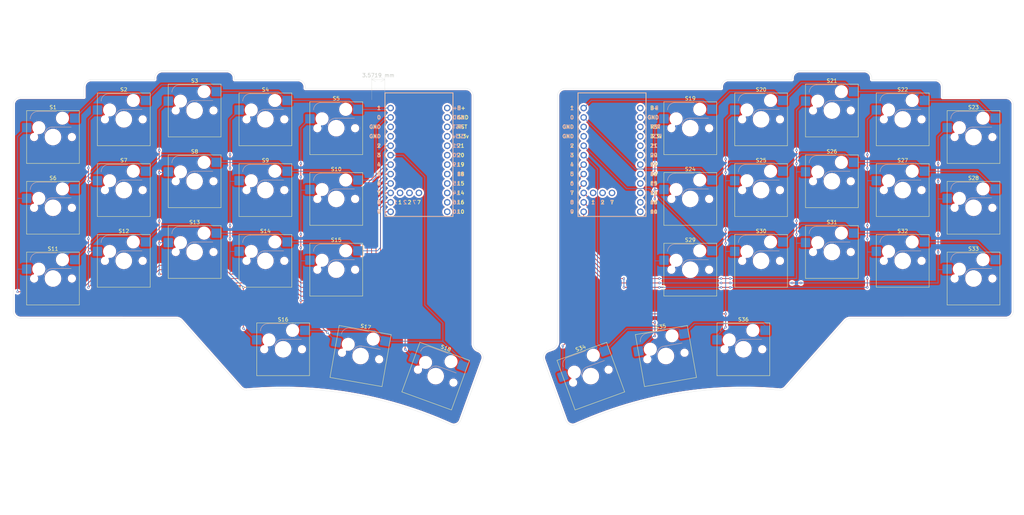
<source format=kicad_pcb>
(kicad_pcb (version 20240108) (generator "pcbnew") (generator_version "8.0")
  (layers (0 "F.Cu" signal) (31 "B.Cu" signal) (34 "B.Paste" user) (35 "F.Paste" user) (36 "B.SilkS" user "B.Silkscreen") (37 "F.SilkS" user "F.Silkscreen") (38 "B.Mask" user) (39 "F.Mask" user) (44 "Edge.Cuts" user))
  (net 0 "")
  (net 1 "Row 0")
  (net 2 "Row 1")
  (net 3 "Row 2")
  (net 4 "Row 3")
  (net 5 "Col 0")
  (net 6 "Col 1")
  (net 7 "Col 2")
  (net 8 "Col 3")
  (net 9 "Col 4")
  (net 27 "Col 5")
  (net 28 "Row 4")
  (net 29 "Col 7")
  (net 30 "Col 8")
  (net 31 "Col 9")
  (net 32 "Col 10")
  (net 33 "Col 11")
  (net 34 "Row 5")
  (net 35 "Row 6")
  (net 36 "Row 7")
  (net 37 "Col 6")
  (footprint "ScottoKeebs_Hotswap:Hotswap_MX_1.00u" (layer "F.Cu") (at 253.632858 96.995642)
    (property "Reference" "S32")
    (property "Value" "Keyswitch")
  )
  (footprint "ScottoKeebs_Hotswap:Hotswap_MX_1.00u" (layer "F.Cu") (at 25.032858 82.708142)
    (property "Reference" "S6")
    (property "Value" "Keyswitch")
  )
  (footprint "ScottoKeebs_Hotswap:Hotswap_MX_1.00u" (layer "F.Cu") (at 210.770358 120.808142)
    (property "Reference" "S36")
    (property "Value" "Keyswitch")
  )
  (footprint "ScottoKeebs_Hotswap:Hotswap_MX_1.00u" (layer "F.Cu") (at 44.082858 58.895642)
    (property "Reference" "S2")
    (property "Value" "Keyswitch")
  )
  (footprint "ScottoKeebs_Hotswap:Hotswap_MX_1.00u" (layer "F.Cu") (at 101.232858 99.376892)
    (property "Reference" "S15")
    (property "Value" "Keyswitch")
  )
  (footprint "ScottoKeebs_Hotswap:Hotswap_MX_1.00u" (layer "F.Cu") (at 63.132858 94.614392)
    (property "Reference" "S13")
    (property "Value" "Keyswitch")
  )
  (footprint "ScottoKeebs_Hotswap:Hotswap_MX_1.00u" (layer "F.Cu") (at 215.532858 96.995642)
    (property "Reference" "S30")
    (property "Value" "Keyswitch")
  )
  (footprint "ScottoKeebs_Hotswap:Hotswap_MX_1.00u" (layer "F.Cu") (at 127.98733 128.044598 -20)
    (property "Reference" "S18")
    (property "Value" "Keyswitch")
  )
  (footprint "ScottoKeebs_Hotswap:Hotswap_MX_1.00u" (layer "F.Cu") (at 44.082858 77.945642)
    (property "Reference" "S7")
    (property "Value" "Keyswitch")
  )
  (footprint "ScottoKeebs_Hotswap:Hotswap_MX_1.00u" (layer "F.Cu") (at 196.482858 61.276892)
    (property "Reference" "S19")
    (property "Value" "Keyswitch")
  )
  (footprint "ScottoKeebs_Hotswap:Hotswap_MX_1.00u" (layer "F.Cu") (at 234.582858 94.614392)
    (property "Reference" "S31")
    (property "Value" "Keyswitch")
  )
  (footprint "ScottoKeebs_MCU:Nice_Nano_V2" (layer "F.Cu") (at 123.479733 69.531892)
    (property "Reference" "U1" (hide yes))
    (property "Value" "Nice_Nano_V2" (hide yes))
  )
  (footprint "ScottoKeebs_Hotswap:Hotswap_MX_1.00u" (layer "F.Cu") (at 196.482858 80.326892)
    (property "Reference" "S24")
    (property "Value" "Keyswitch")
  )
  (footprint "ScottoKeebs_Hotswap:Hotswap_MX_1.00u" (layer "F.Cu") (at 107.783139 122.631212 -10)
    (property "Reference" "S17")
    (property "Value" "Keyswitch")
  )
  (footprint "ScottoKeebs_Hotswap:Hotswap_MX_1.00u" (layer "F.Cu") (at 215.532858 58.895642)
    (property "Reference" "S20")
    (property "Value" "Keyswitch")
  )
  (footprint "ScottoKeebs_Hotswap:Hotswap_MX_1.00u" (layer "F.Cu") (at 272.682858 101.758142)
    (property "Reference" "S33")
    (property "Value" "Keyswitch")
  )
  (footprint "ScottoKeebs_Hotswap:Hotswap_MX_1.00u" (layer "F.Cu") (at 25.032858 101.758142)
    (property "Reference" "S11")
    (property "Value" "Keyswitch")
  )
  (footprint "ScottoKeebs_Hotswap:Hotswap_MX_1.00u" (layer "F.Cu") (at 82.182858 77.945642)
    (property "Reference" "S9")
    (property "Value" "Keyswitch")
  )
  (footprint "ScottoKeebs_Hotswap:Hotswap_MX_1.00u" (layer "F.Cu") (at 44.082858 96.995642)
    (property "Reference" "S12")
    (property "Value" "Keyswitch")
  )
  (footprint "ScottoKeebs_Hotswap:Hotswap_MX_1.00u" (layer "F.Cu") (at 196.482858 99.376892)
    (property "Reference" "S29")
    (property "Value" "Keyswitch")
  )
  (footprint "ScottoKeebs_Hotswap:Hotswap_MX_1.00u" (layer "F.Cu") (at 101.232858 80.326892)
    (property "Reference" "S10")
    (property "Value" "Keyswitch")
  )
  (footprint "ScottoKeebs_Hotswap:Hotswap_MX_1.00u" (layer "F.Cu") (at 215.532858 77.945642)
    (property "Reference" "S25")
    (property "Value" "Keyswitch")
  )
  (footprint "ScottoKeebs_Hotswap:Hotswap_MX_1.00u" (layer "F.Cu") (at 272.682858 63.658142)
    (property "Reference" "S23")
    (property "Value" "Keyswitch")
  )
  (footprint "ScottoKeebs_Hotswap:Hotswap_MX_1.00u" (layer "F.Cu") (at 82.182858 96.995642)
    (property "Reference" "S14")
    (property "Value" "Keyswitch")
  )
  (footprint "ScottoKeebs_Hotswap:Hotswap_MX_1.00u" (layer "F.Cu") (at 101.232858 61.276892)
    (property "Reference" "S5")
    (property "Value" "Keyswitch")
  )
  (footprint "ScottoKeebs_Hotswap:Hotswap_MX_1.00u" (layer "F.Cu") (at 253.632858 77.945642)
    (property "Reference" "S27")
    (property "Value" "Keyswitch")
  )
  (footprint "ScottoKeebs_Hotswap:Hotswap_MX_1.00u" (layer "F.Cu") (at 82.182858 58.895642)
    (property "Reference" "S4")
    (property "Value" "Keyswitch")
  )
  (footprint "ScottoKeebs_Hotswap:Hotswap_MX_1.00u" (layer "F.Cu") (at 272.682858 82.708142)
    (property "Reference" "S28")
    (property "Value" "Keyswitch")
  )
  (footprint "ScottoKeebs_MCU:Nice_Nano_V2" (layer "F.Cu") (at 175.426608 69.531892)
    (property "Reference" "U2" (hide yes))
    (property "Value" "Nice_Nano_V2" (hide yes))
  )
  (footprint "ScottoKeebs_Hotswap:Hotswap_MX_1.00u" (layer "F.Cu") (at 63.132858 75.564392)
    (property "Reference" "S8")
    (property "Value" "Keyswitch")
  )
  (footprint "ScottoKeebs_Hotswap:Hotswap_MX_1.00u" (layer "F.Cu") (at 189.932577 122.631212 10)
    (property "Reference" "S35")
    (property "Value" "Keyswitch")
  )
  (footprint "ScottoKeebs_Hotswap:Hotswap_MX_1.00u" (layer "F.Cu") (at 169.728386 128.044598 20)
    (property "Reference" "S34")
    (property "Value" "Keyswitch")
  )
  (footprint "ScottoKeebs_Hotswap:Hotswap_MX_1.00u" (layer "F.Cu") (at 86.945358 120.808142)
    (property "Reference" "S16")
    (property "Value" "Keyswitch")
  )
  (footprint "ScottoKeebs_Hotswap:Hotswap_MX_1.00u" (layer "F.Cu") (at 234.582858 56.514392)
    (property "Reference" "S21")
    (property "Value" "Keyswitch")
  )
  (footprint "ScottoKeebs_Hotswap:Hotswap_MX_1.00u" (layer "F.Cu") (at 63.132858 56.514392)
    (property "Reference" "S3")
    (property "Value" "Keyswitch")
  )
  (footprint "ScottoKeebs_Hotswap:Hotswap_MX_1.00u" (layer "F.Cu") (at 25.032858 63.658142)
    (property "Reference" "S1")
    (property "Value" "Keyswitch")
  )
  (footprint "ScottoKeebs_Hotswap:Hotswap_MX_1.00u" (layer "F.Cu") (at 253.632858 58.895642)
    (property "Reference" "S22")
    (property "Value" "Keyswitch")
  )
  (footprint "ScottoKeebs_Hotswap:Hotswap_MX_1.00u" (layer "F.Cu") (at 234.582858 75.564392)
    (property "Reference" "S26")
    (property "Value" "Keyswitch")
  )
  (gr_arc (start 33.367233 50.180017) (mid 33.953024 48.765793) (end 35.367233 48.180017) (stroke (width 0.05)) (layer "Edge.Cuts"))
  (gr_line (start 138.099342 119.232308) (end 138.099342 52.561267) (stroke (width 0.05)) (layer "Edge.Cuts"))
  (gr_arc (start 160.764108 52.561267) (mid 161.349886 51.147037) (end 162.764108 50.561267) (stroke (width 0.05)) (layer "Edge.Cuts"))
  (gr_arc (start 58.121573 112.48278) (mid 58.941317 112.658841) (end 59.616842 113.155467) (stroke (width 0.05)) (layer "Edge.Cuts"))
  (gr_arc (start 191.705747 133.02817) (mid 206.053782 131.456714) (end 220.48384 131.786905) (stroke (width 0.05)) (layer "Edge.Cuts"))
  (gr_arc (start 238.098874 113.155467) (mid 238.7744 112.658834) (end 239.594143 112.48278) (stroke (width 0.05)) (layer "Edge.Cuts"))
  (gr_arc (start 165.698938 141.065729) (mid 178.451505 136.235325) (end 191.705747 133.02817) (stroke (width 0.05)) (layer "Edge.Cuts"))
  (gr_arc (start 71.848483 45.798767) (mid 73.262704 46.384546) (end 73.848483 47.798767) (stroke (width 0.05)) (layer "Edge.Cuts"))
  (gr_line (start 159.427108 120.715941) (end 158.279374 121.119218) (stroke (width 0.05)) (layer "Edge.Cuts"))
  (gr_line (start 16.317233 52.942517) (end 33.367233 52.942517) (stroke (width 0.05)) (layer "Edge.Cuts"))
  (gr_arc (start 204.817233 50.180017) (mid 205.40303 48.765828) (end 206.817233 48.180017) (stroke (width 0.05)) (layer "Edge.Cuts"))
  (gr_arc (start 281.398483 52.942517) (mid 282.812657 53.528328) (end 283.398483 54.942517) (stroke (width 0.05)) (layer "Edge.Cuts"))
  (gr_line (start 162.764108 50.561267) (end 165.145431 50.561267) (stroke (width 0.05)) (layer "Edge.Cuts"))
  (gr_arc (start 157.063164 123.690652) (mid 157.134407 122.151015) (end 158.279374 121.119218) (stroke (width 0.05)) (layer "Edge.Cuts"))
  (gr_arc (start 222.153673 131.128037) (mid 221.397427 131.658857) (end 220.483287 131.793113) (stroke (width 0.05)) (layer "Edge.Cuts"))
  (gr_line (start 206.817233 48.180017) (end 223.867233 48.180017) (stroke (width 0.05)) (layer "Edge.Cuts"))
  (gr_line (start 54.417233 45.798767) (end 71.848483 45.798767) (stroke (width 0.05)) (layer "Edge.Cuts"))
  (gr_line (start 35.748483 112.473767) (end 58.121573 112.48278) (stroke (width 0.05)) (layer "Edge.Cuts"))
  (gr_line (start 35.367233 48.180017) (end 52.417233 48.180017) (stroke (width 0.05)) (layer "Edge.Cuts"))
  (gr_line (start 283.398483 54.942517) (end 283.398483 110.473767) (stroke (width 0.05)) (layer "Edge.Cuts"))
  (gr_line (start 92.898483 50.180017) (end 92.898483 50.561267) (stroke (width 0.05)) (layer "Edge.Cuts"))
  (gr_line (start 14.317233 110.473767) (end 14.317233 54.942517) (stroke (width 0.05)) (layer "Edge.Cuts"))
  (gr_arc (start 223.867233 47.798767) (mid 224.453012 46.384546) (end 225.867233 45.798767) (stroke (width 0.05)) (layer "Edge.Cuts"))
  (gr_line (start 33.367233 52.942517) (end 33.367233 50.180017) (stroke (width 0.05)) (layer "Edge.Cuts"))
  (gr_line (start 223.867233 48.180017) (end 223.867233 47.798767) (stroke (width 0.05)) (layer "Edge.Cuts"))
  (gr_arc (start 262.348483 48.180017) (mid 263.762722 48.765793) (end 264.348483 50.180017) (stroke (width 0.05)) (layer "Edge.Cuts"))
  (gr_line (start 52.417233 48.180017) (end 52.417233 47.798767) (stroke (width 0.05)) (layer "Edge.Cuts"))
  (gr_arc (start 136.099342 50.561267) (mid 137.51354 51.147066) (end 138.099342 52.561267) (stroke (width 0.05)) (layer "Edge.Cuts"))
  (gr_line (start 73.848483 47.798767) (end 73.848483 48.180017) (stroke (width 0.05)) (layer "Edge.Cuts"))
  (gr_line (start 264.348483 52.942517) (end 281.398483 52.942517) (stroke (width 0.05)) (layer "Edge.Cuts"))
  (gr_line (start 222.153673 131.128037) (end 238.098874 113.155467) (stroke (width 0.05)) (layer "Edge.Cuts"))
  (gr_arc (start 134.734537 139.937261) (mid 133.623342 141.099412) (end 132.015759 141.067984) (stroke (width 0.05)) (layer "Edge.Cuts"))
  (gr_line (start 264.348483 50.180017) (end 264.348483 52.942517) (stroke (width 0.05)) (layer "Edge.Cuts"))
  (gr_line (start 245.298483 47.798767) (end 245.298483 48.180017) (stroke (width 0.05)) (layer "Edge.Cuts"))
  (gr_arc (start 283.398483 110.473767) (mid 282.812686 111.887956) (end 281.398483 112.473767) (stroke (width 0.05)) (layer "Edge.Cuts"))
  (gr_arc (start 165.699957 141.067984) (mid 164.092386 141.099384) (end 162.981179 139.937261) (stroke (width 0.05)) (layer "Edge.Cuts"))
  (gr_line (start 16.317233 112.473767) (end 35.748483 112.473767) (stroke (width 0.05)) (layer "Edge.Cuts"))
  (gr_line (start 157.063164 123.690652) (end 162.981179 139.937261) (stroke (width 0.05)) (layer "Edge.Cuts"))
  (gr_arc (start 243.298483 45.798767) (mid 244.712704 46.384546) (end 245.298483 47.798767) (stroke (width 0.05)) (layer "Edge.Cuts"))
  (gr_line (start 245.298483 48.180017) (end 262.348483 48.180017) (stroke (width 0.05)) (layer "Edge.Cuts"))
  (gr_line (start 92.898483 50.561267) (end 111.948483 50.561267) (stroke (width 0.05)) (layer "Edge.Cuts"))
  (gr_arc (start 16.317233 112.473767) (mid 14.90303 111.887985) (end 14.317233 110.473767) (stroke (width 0.05)) (layer "Edge.Cuts"))
  (gr_line (start 185.767233 50.561267) (end 204.817233 50.561267) (stroke (width 0.05)) (layer "Edge.Cuts"))
  (gr_line (start 225.867233 45.798767) (end 243.298483 45.798767) (stroke (width 0.05)) (layer "Edge.Cuts"))
  (gr_line (start 73.848483 48.180017) (end 90.898483 48.180017) (stroke (width 0.05)) (layer "Edge.Cuts"))
  (gr_arc (start 139.436342 121.119218) (mid 138.467439 120.388619) (end 138.099342 119.232308) (stroke (width 0.05)) (layer "Edge.Cuts"))
  (gr_line (start 239.594143 112.48278) (end 261.967233 112.473767) (stroke (width 0.05)) (layer "Edge.Cuts"))
  (gr_arc (start 90.898483 48.180017) (mid 92.312686 48.765799) (end 92.898483 50.180017) (stroke (width 0.05)) (layer "Edge.Cuts"))
  (gr_arc (start 77.232429 131.793113) (mid 76.318288 131.658858) (end 75.562043 131.128037) (stroke (width 0.05)) (layer "Edge.Cuts"))
  (gr_arc (start 106.009969 133.02817) (mid 119.264212 136.235322) (end 132.016778 141.065729) (stroke (width 0.05)) (layer "Edge.Cuts"))
  (gr_arc (start 14.317233 54.942517) (mid 14.903036 53.52832) (end 16.317233 52.942517) (stroke (width 0.05)) (layer "Edge.Cuts"))
  (gr_line (start 204.817233 50.561267) (end 204.817233 50.180017) (stroke (width 0.05)) (layer "Edge.Cuts"))
  (gr_line (start 165.145431 50.561267) (end 185.767233 50.561267) (stroke (width 0.05)) (layer "Edge.Cuts"))
  (gr_arc (start 160.764108 118.829031) (mid 160.395982 119.985323) (end 159.427108 120.715941) (stroke (width 0.05)) (layer "Edge.Cuts"))
  (gr_arc (start 139.436342 121.119218) (mid 140.581339 122.151002) (end 140.652552 123.690652) (stroke (width 0.05)) (layer "Edge.Cuts"))
  (gr_line (start 59.616842 113.155467) (end 75.562043 131.128037) (stroke (width 0.05)) (layer "Edge.Cuts"))
  (gr_arc (start 52.417233 47.798767) (mid 53.003012 46.384546) (end 54.417233 45.798767) (stroke (width 0.05)) (layer "Edge.Cuts"))
  (gr_line (start 134.734537 139.937261) (end 140.652552 123.690652) (stroke (width 0.05)) (layer "Edge.Cuts"))
  (gr_line (start 111.948483 50.561267) (end 136.099342 50.561267) (stroke (width 0.05)) (layer "Edge.Cuts"))
  (gr_line (start 160.764108 118.829031) (end 160.764108 52.561267) (stroke (width 0.05)) (layer "Edge.Cuts"))
  (gr_line (start 261.967233 112.473767) (end 281.398483 112.473767) (stroke (width 0.05)) (layer "Edge.Cuts"))
  (gr_arc (start 77.231876 131.786905) (mid 91.661933 131.456716) (end 106.009969 133.02817) (stroke (width 0.05)) (layer "Edge.Cuts"))
  (gr_text "3.3v" (at 132.449108 63.461892 0) (layer "B.SilkS") (effects (font (size 1 1) (thickness 0.2) (bold yes)) (justify right mirror)))
  (gr_text "14" (at 132.449108 78.701892 0) (layer "B.SilkS") (effects (font (size 1 1) (thickness 0.2) (bold yes)) (justify right mirror)))
  (gr_text "2" (at 119.749108 81.241892 0) (layer "B.SilkS") (effects (font (size 1 1) (thickness 0.2) (bold yes)) (justify mirror)))
  (gr_text "21" (at 132.449108 66.001892 0) (layer "B.SilkS") (effects (font (size 1 1) (thickness 0.2) (bold yes)) (justify right mirror)))
  (gr_text "GND" (at 184.836608 58.381892 0) (layer "B.SilkS") (effects (font (size 1 1) (thickness 0.2) (bold yes)) (justify right mirror)))
  (gr_text "RST" (at 132.449108 60.921892 0) (layer "B.SilkS") (effects (font (size 1 1) (thickness 0.2) (bold yes)) (justify right mirror)))
  (gr_text "GND" (at 132.449108 58.381892 0) (layer "B.SilkS") (effects (font (size 1 1) (thickness 0.2) (bold yes)) (justify right mirror)))
  (gr_text "16" (at 132.449108 81.241892 0) (layer "B.SilkS") (effects (font (size 1 1) (thickness 0.2) (bold yes)) (justify right mirror)))
  (gr_text "B+" (at 132.449108 55.841892 0) (layer "B.SilkS") (effects (font (size 1 1) (thickness 0.2) (bold yes)) (justify right mirror)))
  (gr_text "19" (at 132.449108 71.081892 0) (layer "B.SilkS") (effects (font (size 1 1) (thickness 0.2) (bold yes)) (justify right mirror)))
  (gr_text "15" (at 132.449108 76.161892 0) (layer "B.SilkS") (effects (font (size 1 1) (thickness 0.2) (bold yes)) (justify right mirror)))
  (gr_text "20" (at 132.449108 68.541892 0) (layer "B.SilkS") (effects (font (size 1 1) (thickness 0.2) (bold yes)) (justify right mirror)))
  (gr_text "1" (at 117.209108 81.241892 0) (layer "B.SilkS") (effects (font (size 1 1) (thickness 0.2) (bold yes)) (justify mirror)))
  (gr_text "10" (at 132.449108 83.781892 0) (layer "B.SilkS") (effects (font (size 1 1) (thickness 0.2) (bold yes)) (justify right mirror)))
  (gr_text "7" (at 122.289108 81.24189 0) (layer "B.SilkS") (effects (font (size 1 1) (thickness 0.2) (bold yes)) (justify mirror)))
  (gr_text "GND" (at 184.836608 58.381892 0) (layer "F.SilkS") (effects (font (size 1 1) (thickness 0.2) (bold yes)) (justify left)))
  (dimension (type aligned) (layer "Edge.Cuts") (pts (xy 114.329733 54.133142) (xy 110.757858 54.133142)) (height 5.953125) (gr_text "3.5719 mm" (at 112.543795 47.030017 0) (layer "Edge.Cuts") (effects (font (size 1 1) (thickness 0.15)))) (format (prefix "") (suffix "") (units 3) (units_format 1) (precision 4)) (style (thickness 0.05) (arrow_length 1.27) (text_position_mode 0) (extension_height 0.58642) (extension_offset 0.5) keep_text_aligned))
  (segment (start 104.693608 53.815642) (end 107.074858 56.196892) (width 0.2) (layer "B.Cu") (net 1))
  (segment (start 68.974858 51.434392) (end 85.643608 51.434392) (width 0.2) (layer "B.Cu") (net 1))
  (segment (start 30.874858 58.578142) (end 37.512358 51.940642) (width 0.2) (layer "B.Cu") (net 1))
  (segment (start 54.181108 49.559392) (end 67.099858 49.559392) (width 0.2) (layer "B.Cu") (net 1))
  (segment (start 49.924858 53.815642) (end 54.181108 49.559392) (width 0.2) (layer "B.Cu") (net 1))
  (segment (start 88.024858 53.815642) (end 104.693608 53.815642) (width 0.2) (layer "B.Cu") (net 1))
  (segment (start 48.049858 51.940642) (end 49.924858 53.815642) (width 0.2) (layer "B.Cu") (net 1))
  (segment (start 107.074858 56.196892) (end 114.314108 56.196892) (width 0.2) (layer "B.Cu") (net 1))
  (segment (start 114.314108 56.196892) (end 114.669108 55.841892) (width 0.2) (layer "B.Cu") (net 1))
  (segment (start 85.643608 51.434392) (end 88.024858 53.815642) (width 0.2) (layer "B.Cu") (net 1))
  (segment (start 114.669108 55.841892) (end 115.859733 55.841892) (width 0.2) (layer "B.Cu") (net 1))
  (segment (start 67.099858 49.559392) (end 68.974858 51.434392) (width 0.2) (layer "B.Cu") (net 1))
  (segment (start 37.512358 51.940642) (end 48.049858 51.940642) (width 0.2) (layer "B.Cu") (net 1))
  (segment (start 104.693608 72.865642) (end 107.074858 75.246892) (width 0.2) (layer "B.Cu") (net 2))
  (segment (start 88.024858 72.865642) (end 104.693608 72.865642) (width 0.2) (layer "B.Cu") (net 2))
  (segment (start 111.948483 61.102517) (end 114.669108 58.381892) (width 0.2) (layer "B.Cu") (net 2))
  (segment (start 68.974858 70.484392) (end 85.643608 70.484392) (width 0.2) (layer "B.Cu") (net 2))
  (segment (start 107.074858 75.246892) (end 111.075358 75.246892) (width 0.2) (layer "B.Cu") (net 2))
  (segment (start 54.369858 68.420642) (end 66.911108 68.420642) (width 0.2) (layer "B.Cu") (net 2))
  (segment (start 37.701108 70.801892) (end 47.861108 70.801892) (width 0.2) (layer "B.Cu") (net 2))
  (segment (start 85.643608 70.484392) (end 88.024858 72.865642) (width 0.2) (layer "B.Cu") (net 2))
  (segment (start 49.924858 72.865642) (end 54.369858 68.420642) (width 0.2) (layer "B.Cu") (net 2))
  (segment (start 47.861108 70.801892) (end 49.924858 72.865642) (width 0.2) (layer "B.Cu") (net 2))
  (segment (start 111.948483 74.373767) (end 111.948483 61.102517) (width 0.2) (layer "B.Cu") (net 2))
  (segment (start 114.669108 58.381892) (end 115.859733 58.381892) (width 0.2) (layer "B.Cu") (net 2))
  (segment (start 66.911108 68.420642) (end 68.974858 70.484392) (width 0.2) (layer "B.Cu") (net 2))
  (segment (start 30.874858 77.628142) (end 37.701108 70.801892) (width 0.2) (layer "B.Cu") (net 2))
  (segment (start 111.075358 75.246892) (end 111.948483 74.373767) (width 0.2) (layer "B.Cu") (net 2))
  (segment (start 30.874858 96.678142) (end 37.512358 90.040642) (width 0.2) (layer "B.Cu") (net 3))
  (segment (start 88.024858 91.915642) (end 104.693608 91.915642) (width 0.2) (layer "B.Cu") (net 3))
  (segment (start 85.643608 89.534392) (end 88.024858 91.915642) (width 0.2) (layer "B.Cu") (net 3))
  (segment (start 49.924858 91.915642) (end 54.369858 87.470642) (width 0.2) (layer "B.Cu") (net 3))
  (segment (start 48.049858 90.040642) (end 49.924858 91.915642) (width 0.2) (layer "B.Cu") (net 3))
  (segment (start 114.669108 66.001892) (end 115.859733 66.001892) (width 0.2) (layer "B.Cu") (net 3))
  (segment (start 68.974858 89.534392) (end 85.643608 89.534392) (width 0.2) (layer "B.Cu") (net 3))
  (segment (start 112.265983 94.296892) (end 113.139108 93.423767) (width 0.2) (layer "B.Cu") (net 3))
  (segment (start 37.512358 90.040642) (end 48.049858 90.040642) (width 0.2) (layer "B.Cu") (net 3))
  (segment (start 113.139108 93.423767) (end 113.139108 67.531892) (width 0.2) (layer "B.Cu") (net 3))
  (segment (start 113.139108 67.531892) (end 114.669108 66.001892) (width 0.2) (layer "B.Cu") (net 3))
  (segment (start 66.911108 87.470642) (end 68.974858 89.534392) (width 0.2) (layer "B.Cu") (net 3))
  (segment (start 104.693608 91.915642) (end 107.074858 94.296892) (width 0.2) (layer "B.Cu") (net 3))
  (segment (start 54.369858 87.470642) (end 66.911108 87.470642) (width 0.2) (layer "B.Cu") (net 3))
  (segment (start 107.074858 94.296892) (end 112.265983 94.296892) (width 0.2) (layer "B.Cu") (net 3))
  (segment (start 129.918513 118.642841) (end 135.214922 123.93925) (width 0.2) (layer "B.Cu") (net 4))
  (segment (start 111.50382 115.728142) (end 114.418519 118.642841) (width 0.2) (layer "B.Cu") (net 4))
  (segment (start 92.787358 115.728142) (end 111.50382 115.728142) (width 0.2) (layer "B.Cu") (net 4))
  (segment (start 119.213483 68.541892) (end 115.859733 68.541892) (width 0.2) (layer "B.Cu") (net 4))
  (segment (start 135.214922 123.93925) (end 135.214922 125.269472) (width 0.2) (layer "B.Cu") (net 4))
  (segment (start 129.918513 113.775047) (end 125.045358 108.901892) (width 0.2) (layer "B.Cu") (net 4))
  (segment (start 125.045358 108.901892) (end 125.045358 74.373767) (width 0.2) (layer "B.Cu") (net 4))
  (segment (start 129.918513 118.642841) (end 129.918513 113.775047) (width 0.2) (layer "B.Cu") (net 4))
  (segment (start 125.045358 74.373767) (end 119.213483 68.541892) (width 0.2) (layer "B.Cu") (net 4))
  (segment (start 114.418519 118.642841) (end 129.918513 118.642841) (width 0.2) (layer "B.Cu") (net 4))
  (segment (start 114.669108 71.081892) (end 115.859733 71.081892) (width 0.2) (layer "F.Cu") (net 5))
  (segment (start 89.326608 100.567517) (end 91.707858 102.948767) (width 0.2) (layer "F.Cu") (net 5))
  (segment (start 91.707858 102.948767) (end 108.376608 102.948767) (width 0.2) (layer "F.Cu") (net 5))
  (segment (start 51.226608 100.567517) (end 53.607858 98.186267) (width 0.2) (layer "F.Cu") (net 5))
  (segment (start 36.939108 100.567517) (end 51.226608 100.567517) (width 0.2) (layer "F.Cu") (net 5))
  (segment (start 15.507858 105.330017) (end 32.176608 105.330017) (width 0.2) (layer "F.Cu") (net 5))
  (segment (start 72.657858 100.567517) (end 89.326608 100.567517) (width 0.2) (layer "F.Cu") (net 5))
  (segment (start 32.176608 105.330017) (end 36.939108 100.567517) (width 0.2) (layer "F.Cu") (net 5))
  (segment (start 70.276608 98.186267) (end 72.657858 100.567517) (width 0.2) (layer "F.Cu") (net 5))
  (segment (start 53.607858 98.186267) (end 70.276608 98.186267) (width 0.2) (layer "F.Cu") (net 5))
  (segment (start 108.376608 77.374392) (end 114.669108 71.081892) (width 0.2) (layer "F.Cu") (net 5))
  (segment (start 108.376608 102.948767) (end 108.376608 77.374392) (width 0.2) (layer "F.Cu") (net 5))
  (via (at 15.507858 105.330017) (size 0.6) (drill 0.3) (layers "F.Cu" "B.Cu") (net 5))
  (segment (start 15.507858 80.326892) (end 15.507858 99.376892) (width 0.2) (layer "B.Cu") (net 5))
  (segment (start 15.507858 99.376892) (end 15.507858 105.330017) (width 0.2) (layer "B.Cu") (net 5))
  (segment (start 15.666608 80.168142) (end 17.947858 80.168142) (width 0.2) (layer "B.Cu") (net 5))
  (segment (start 15.507858 99.376892) (end 15.666608 99.218142) (width 0.2) (layer "B.Cu") (net 5))
  (segment (start 15.666608 99.218142) (end 17.947858 99.218142) (width 0.2) (layer "B.Cu") (net 5))
  (segment (start 15.507858 80.326892) (end 15.666608 80.168142) (width 0.2) (layer "B.Cu") (net 5))
  (segment (start 15.507858 63.558142) (end 15.507858 80.326892) (width 0.2) (layer "B.Cu") (net 5))
  (segment (start 17.947858 61.118142) (end 15.507858 63.558142) (width 0.2) (layer "B.Cu") (net 5))
  (segment (start 34.557858 104.139392) (end 36.939108 101.758142) (width 0.2) (layer "F.Cu") (net 6))
  (segment (start 114.669108 73.621892) (end 115.859733 73.621892) (width 0.2) (layer "F.Cu") (net 6))
  (segment (start 109.567233 104.139392) (end 109.567233 78.723767) (width 0.2) (layer "F.Cu") (net 6))
  (segment (start 72.657858 101.758142) (end 89.326608 101.758142) (width 0.2) (layer "F.Cu") (net 6))
  (segment (start 34.557858 91.042517) (end 34.557858 94.614392) (width 0.2) (layer "F.Cu") (net 6))
  (segment (start 51.226608 101.758142) (end 53.607858 99.376892) (width 0.2) (layer "F.Cu") (net 6))
  (segment (start 89.326608 101.758142) (end 91.707858 104.139392) (width 0.2) (layer "F.Cu") (net 6))
  (segment (start 34.557858 71.992517) (end 34.557858 75.564392) (width 0.2) (layer "F.Cu") (net 6))
  (segment (start 70.276608 99.376892) (end 72.657858 101.758142) (width 0.2) (layer "F.Cu") (net 6))
  (segment (start 53.607858 99.376892) (end 70.276608 99.376892) (width 0.2) (layer "F.Cu") (net 6))
  (segment (start 36.939108 101.758142) (end 51.226608 101.758142) (width 0.2) (layer "F.Cu") (net 6))
  (segment (start 91.707858 104.139392) (end 109.567233 104.139392) (width 0.2) (layer "F.Cu") (net 6))
  (segment (start 109.567233 78.723767) (end 114.669108 73.621892) (width 0.2) (layer "F.Cu") (net 6))
  (via (at 34.557858 94.614392) (size 0.6) (drill 0.3) (layers "F.Cu" "B.Cu") (net 6))
  (via (at 34.557858 75.564392) (size 0.6) (drill 0.3) (layers "F.Cu" "B.Cu") (net 6))
  (via (at 34.557858 71.992517) (size 0.6) (drill 0.3) (layers "F.Cu" "B.Cu") (net 6))
  (via (at 34.557858 91.042517) (size 0.6) (drill 0.3) (layers "F.Cu" "B.Cu") (net 6))
  (via (at 34.557858 104.139392) (size 0.6) (drill 0.3) (layers "F.Cu" "B.Cu") (net 6))
  (segment (start 34.557858 94.614392) (end 34.557858 104.139392) (width 0.2) (layer "B.Cu") (net 6))
  (segment (start 34.557858 58.895642) (end 34.557858 71.992517) (width 0.2) (layer "B.Cu") (net 6))
  (segment (start 36.839108 75.564392) (end 36.997858 75.405642) (width 0.2) (layer "B.Cu") (net 6))
  (segment (start 34.557858 75.564392) (end 34.557858 91.042517) (width 0.2) (layer "B.Cu") (net 6))
  (segment (start 36.997858 56.455642) (end 34.557858 58.895642) (width 0.2) (layer "B.Cu") (net 6))
  (segment (start 34.716608 94.455642) (end 36.997858 94.455642) (width 0.2) (layer "B.Cu") (net 6))
  (segment (start 34.557858 75.564392) (end 36.839108 75.564392) (width 0.2) (layer "B.Cu") (net 6))
  (segment (start 36.997858 56.355642) (end 36.997858 56.455642) (width 0.2) (layer "B.Cu") (net 6))
  (segment (start 34.557858 94.614392) (end 34.716608 94.455642) (width 0.2) (layer "B.Cu") (net 6))
  (segment (start 53.607858 86.280017) (end 53.607858 92.233142) (width 0.2) (layer "F.Cu") (net 7))
  (segment (start 70.276608 100.567517) (end 72.657858 102.948767) (width 0.2) (layer "F.Cu") (net 7))
  (segment (start 91.707858 105.330017) (end 110.757858 105.330017) (width 0.2) (layer "F.Cu") (net 7))
  (segment (start 89.326608 102.948767) (end 91.707858 105.330017) (width 0.2) (layer "F.Cu") (net 7))
  (segment (start 110.757858 80.073142) (end 114.669108 76.161892) (width 0.2) (layer "F.Cu") (net 7))
  (segment (start 72.657858 102.948767) (end 89.326608 102.948767) (width 0.2) (layer "F.Cu") (net 7))
  (segment (start 110.757858 105.330017) (end 110.757858 80.073142) (width 0.2) (layer "F.Cu") (net 7))
  (segment (start 114.669108 76.161892) (end 115.859733 76.161892) (width 0.2) (layer "F.Cu") (net 7))
  (segment (start 53.607858 100.567517) (end 70.276608 100.567517) (width 0.2) (layer "F.Cu") (net 7))
  (segment (start 53.607858 67.230017) (end 53.607858 73.183142) (width 0.2) (layer "F.Cu") (net 7))
  (via (at 53.607858 73.183142) (size 0.6) (drill 0.3) (layers "F.Cu" "B.Cu") (net 7))
  (via (at 53.607858 67.230017) (size 0.6) (drill 0.3) (layers "F.Cu" "B.Cu") (net 7))
  (via (at 53.607858 86.280017) (size 0.6) (drill 0.3) (layers "F.Cu" "B.Cu") (net 7))
  (via (at 53.607858 92.233142) (size 0.6) (drill 0.3) (layers "F.Cu" "B.Cu") (net 7))
  (via (at 53.607858 100.567517) (size 0.6) (drill 0.3) (layers "F.Cu" "B.Cu") (net 7))
  (segment (start 55.889108 73.183142) (end 56.047858 73.024392) (width 0.2) (layer "B.Cu") (net 7))
  (segment (start 53.607858 56.514392) (end 53.607858 67.230017) (width 0.2) (layer "B.Cu") (net 7))
  (segment (start 53.607858 92.233142) (end 53.766608 92.074392) (width 0.2) (layer "B.Cu") (net 7))
  (segment (start 53.607858 92.233142) (end 53.607858 100.567517) (width 0.2) (layer "B.Cu") (net 7))
  (segment (start 53.607858 73.183142) (end 55.889108 73.183142) (width 0.2) (layer "B.Cu") (net 7))
  (segment (start 53.766608 92.074392) (end 56.047858 92.074392) (width 0.2) (layer "B.Cu") (net 7))
  (segment (start 53.607858 73.183142) (end 53.607858 86.280017) (width 0.2) (layer "B.Cu") (net 7))
  (segment (start 53.607858 56.414392) (end 53.607858 56.514392) (width 0.2) (layer "B.Cu") (net 7))
  (segment (start 56.047858 53.974392) (end 53.607858 56.414392) (width 0.2) (layer "B.Cu") (net 7))
  (segment (start 111.948483 106.520642) (end 111.948483 81.422517) (width 0.2) (layer "F.Cu") (net 8))
  (segment (start 76.229733 104.139392) (end 89.326608 104.139392) (width 0.2) (layer "F.Cu") (net 8))
  (segment (start 72.657858 68.420642) (end 72.657858 69.611267) (width 0.2) (layer "F.Cu") (net 8))
  (segment (start 76.229733 115.154183) (end 76.244344 115.168794) (width 0.2) (layer "F.Cu") (net 8))
  (segment (start 89.326608 104.139392) (end 91.707858 106.520642) (width 0.2) (layer "F.Cu") (net 8))
  (segment (start 114.669108 78.701892) (end 115.859733 78.701892) (width 0.2) (layer "F.Cu") (net 8))
  (segment (start 72.657858 69.611267) (end 72.657858 71.992517) (width 0.2) (layer "F.Cu") (net 8))
  (segment (start 76.229733 104.139392) (end 76.229733 115.154183) (width 0.2) (layer "F.Cu") (net 8))
  (segment (start 91.707858 106.520642) (end 111.948483 106.520642) (width 0.2) (layer "F.Cu") (net 8))
  (segment (start 111.948483 81.422517) (end 114.669108 78.701892) (width 0.2) (layer "F.Cu") (net 8))
  (segment (start 72.657858 87.470642) (end 72.657858 91.042517) (width 0.2) (layer "F.Cu") (net 8))
  (via (at 76.244344 115.168794) (size 0.6) (drill 0.3) (layers "F.Cu" "B.Cu") (net 8))
  (via (at 72.657858 71.992517) (size 0.6) (drill 0.3) (layers "F.Cu" "B.Cu") (net 8))
  (via (at 72.657858 91.042517) (size 0.6) (drill 0.3) (layers "F.Cu" "B.Cu") (net 8))
  (via (at 76.229733 104.139392) (size 0.6) (drill 0.3) (layers "F.Cu" "B.Cu") (net 8))
  (via (at 72.657858 87.470642) (size 0.6) (drill 0.3) (layers "F.Cu" "B.Cu") (net 8))
  (via (at 72.657858 68.420642) (size 0.6) (drill 0.3) (layers "F.Cu" "B.Cu") (net 8))
  (segment (start 72.816608 94.455642) (end 75.097858 94.455642) (width 0.2) (layer "B.Cu") (net 8))
  (segment (start 75.097858 56.455642) (end 72.657858 58.895642) (width 0.2) (layer "B.Cu") (net 8))
  (segment (start 75.097858 56.355642) (end 75.097858 56.455642) (width 0.2) (layer "B.Cu") (net 8))
  (segment (start 76.244344 115.168794) (end 79.343692 118.268142) (width 0.2) (layer "B.Cu") (net 8))
  (segment (start 72.657858 100.567517) (end 76.229733 104.139392) (width 0.2) (layer "B.Cu") (net 8))
  (segment (start 72.657858 94.614392) (end 72.816608 94.455642) (width 0.2) (layer "B.Cu") (net 8))
  (segment (start 79.343692 118.268142) (end 79.860358 118.268142) (width 0.2) (layer "B.Cu") (net 8))
  (segment (start 72.657858 91.042517) (end 72.657858 94.614392) (width 0.2) (layer "B.Cu") (net 8))
  (segment (start 72.657858 71.992517) (end 72.657858 75.564392) (width 0.2) (layer "B.Cu") (net 8))
  (segment (start 72.657858 76.755017) (end 72.657858 87.470642) (width 0.2) (layer "B.Cu") (net 8))
  (segment (start 72.657858 75.564392) (end 74.939108 75.564392) (width 0.2) (layer "B.Cu") (net 8))
  (segment (start 74.939108 75.564392) (end 75.097858 75.405642) (width 0.2) (layer "B.Cu") (net 8))
  (segment (start 72.657858 58.895642) (end 72.657858 68.420642) (width 0.2) (layer "B.Cu") (net 8))
  (segment (start 72.657858 75.564392) (end 72.657858 76.755017) (width 0.2) (layer "B.Cu") (net 8))
  (segment (start 72.657858 94.614392) (end 72.657858 100.567517) (width 0.2) (layer "B.Cu") (net 8))
  (segment (start 91.707858 89.851892) (end 91.707858 93.423767) (width 0.2) (layer "F.Cu") (net 9))
  (segment (start 91.707858 70.801892) (end 91.707858 74.373767) (width 0.2) (layer "F.Cu") (net 9))
  (segment (start 114.669108 81.241892) (end 115.859733 81.241892) (width 0.2) (layer "F.Cu") (net 9))
  (segment (start 91.707858 109.201058) (end 98.866219 116.359419) (width 0.2) (layer "F.Cu") (net 9))
  (segment (start 113.139108 107.711267) (end 113.139108 82.771892) (width 0.2) (layer "F.Cu") (net 9))
  (segment (start 113.139108 82.771892) (end 114.669108 81.241892) (width 0.2) (layer "F.Cu") (net 9))
  (segment (start 91.707858 107.711267) (end 91.707858 109.201058) (width 0.2) (layer "F.Cu") (net 9))
  (segment (start 91.707858 107.711267) (end 113.139108 107.711267) (width 0.2) (layer "F.Cu") (net 9))
  (via (at 91.707858 89.851892) (size 0.6) (drill 0.3) (layers "F.Cu" "B.Cu") (net 9))
  (via (at 91.707858 70.801892) (size 0.6) (drill 0.3) (layers "F.Cu" "B.Cu") (net 9))
  (via (at 98.866219 116.359419) (size 0.6) (drill 0.3) (layers "F.Cu" "B.Cu") (net 9))
  (via (at 91.707858 93.423767) (size 0.6) (drill 0.3) (layers "F.Cu" "B.Cu") (net 9))
  (via (at 91.707858 74.373767) (size 0.6) (drill 0.3) (layers "F.Cu" "B.Cu") (net 9))
  (via (at 91.707858 107.711267) (size 0.6) (drill 0.3) (layers "F.Cu" "B.Cu") (net 9))
  (segment (start 101.246843 118.740043) (end 101.246843 118.899503) (width 0.2) (layer "B.Cu") (net 9))
  (segment (start 91.707858 61.276892) (end 91.707858 70.801892) (width 0.2) (layer "B.Cu") (net 9))
  (segment (start 93.989108 96.995642) (end 94.147858 96.836892) (width 0.2) (layer "B.Cu") (net 9))
  (segment (start 94.147858 58.736892) (end 91.707858 61.176892) (width 0.2) (layer "B.Cu") (net 9))
  (segment (start 93.989108 77.945642) (end 94.147858 77.786892) (width 0.2) (layer "B.Cu") (net 9))
  (segment (start 91.707858 77.945642) (end 93.989108 77.945642) (width 0.2) (layer "B.Cu") (net 9))
  (segment (start 91.707858 96.995642) (end 91.707858 107.711267) (width 0.2) (layer "B.Cu") (net 9))
  (segment (start 91.707858 74.373767) (end 91.707858 77.945642) (width 0.2) (layer "B.Cu") (net 9))
  (segment (start 91.707858 93.423767) (end 91.707858 96.995642) (width 0.2) (layer "B.Cu") (net 9))
  (segment (start 91.707858 96.995642) (end 93.989108 96.995642) (width 0.2) (layer "B.Cu") (net 9))
  (segment (start 98.866219 116.359419) (end 101.246843 118.740043) (width 0.2) (layer "B.Cu") (net 9))
  (segment (start 91.707858 77.945642) (end 91.707858 89.851892) (width 0.2) (layer "B.Cu") (net 9))
  (segment (start 91.707858 61.176892) (end 91.707858 61.276892) (width 0.2) (layer "B.Cu") (net 9))
  (segment (start 114.329733 107.711267) (end 114.329733 84.121267) (width 0.2) (layer "F.Cu") (net 27))
  (segment (start 119.77193 113.153464) (end 114.329733 107.711267) (width 0.2) (layer "F.Cu") (net 27))
  (segment (start 114.669108 83.781892) (end 115.859733 83.781892) (width 0.2) (layer "F.Cu") (net 27))
  (segment (start 114.329733 84.121267) (end 114.669108 83.781892) (width 0.2) (layer "F.Cu") (net 27))
  (segment (start 119.77193 120.808142) (end 119.77193 113.153464) (width 0.2) (layer "F.Cu") (net 27))
  (via (at 119.77193 120.808142) (size 0.6) (drill 0.3) (layers "F.Cu" "B.Cu") (net 27))
  (segment (start 119.77193 120.808142) (end 122.198784 123.234996) (width 0.2) (layer "B.Cu") (net 27))
  (segment (start 278.524858 58.578142) (end 273.762358 53.815642) (width 0.2) (layer "B.Cu") (net 28))
  (segment (start 258.343608 51.434392) (end 240.424858 51.434392) (width 0.2) (layer "B.Cu") (net 28))
  (segment (start 226.359608 49.053142) (end 221.597108 53.815642) (width 0.2) (layer "B.Cu") (net 28))
  (segment (start 221.374858 53.815642) (end 218.993608 51.434392) (width 0.2) (layer "B.Cu") (net 28))
  (segment (start 259.474858 52.565642) (end 258.343608 51.434392) (width 0.2) (layer "B.Cu") (net 28))
  (segment (start 169.832858 53.815642) (end 167.806608 55.841892) (width 0.2) (layer "B.Cu") (net 28))
  (segment (start 207.087358 51.434392) (end 202.324858 56.196892) (width 0.2) (layer "B.Cu") (net 28))
  (segment (start 259.474858 53.815642) (end 259.474858 52.565642) (width 0.2) (layer "B.Cu") (net 28))
  (segment (start 218.993608 51.434392) (end 207.087358 51.434392) (width 0.2) (layer "B.Cu") (net 28))
  (segment (start 202.324858 56.196892) (end 199.943608 53.815642) (width 0.2) (layer "B.Cu") (net 28))
  (segment (start 240.424858 51.434392) (end 238.043608 49.053142) (width 0.2) (layer "B.Cu") (net 28))
  (segment (start 199.943608 53.815642) (end 169.832858 53.815642) (width 0.2) (layer "B.Cu") (net 28))
  (segment (start 221.597108 53.815642) (end 221.374858 53.815642) (width 0.2) (layer "B.Cu") (net 28))
  (segment (start 238.043608 49.053142) (end 226.359608 49.053142) (width 0.2) (layer "B.Cu") (net 28))
  (segment (start 273.762358 53.815642) (end 259.474858 53.815642) (width 0.2) (layer "B.Cu") (net 28))
  (segment (start 184.576608 113.664392) (end 164.335983 93.423767) (width 0.2) (layer "F.Cu") (net 29))
  (segment (start 186.957858 113.664392) (end 184.576608 113.664392) (width 0.2) (layer "F.Cu") (net 29))
  (segment (start 186.957858 114.855017) (end 186.957858 117.236267) (width 0.2) (layer "F.Cu") (net 29))
  (segment (start 186.957858 70.801892) (end 186.957858 73.183142) (width 0.2) (layer "F.Cu") (net 29))
  (segment (start 186.957858 77.945642) (end 186.957858 80.326892) (width 0.2) (layer "F.Cu") (net 29))
  (segment (start 164.335983 77.092517) (end 167.806608 73.621892) (width 0.2) (layer "F.Cu") (net 29))
  (segment (start 186.957858 113.664392) (end 186.957858 114.855017) (width 0.2) (layer "F.Cu") (net 29))
  (segment (start 164.335983 93.423767) (end 164.335983 77.092517) (width 0.2) (layer "F.Cu") (net 29))
  (via (at 186.957858 80.326892) (size 0.6) (drill 0.3) (layers "F.Cu" "B.Cu") (net 29))
  (via (at 186.957858 77.945642) (size 0.6) (drill 0.3) (layers "F.Cu" "B.Cu") (net 29))
  (via (at 186.957858 117.236267) (size 0.6) (drill 0.3) (layers "F.Cu" "B.Cu") (net 29))
  (via (at 186.957858 73.183142) (size 0.6) (drill 0.3) (layers "F.Cu" "B.Cu") (net 29))
  (via (at 186.957858 113.664392) (size 0.6) (drill 0.3) (layers "F.Cu" "B.Cu") (net 29))
  (via (at 186.957858 70.801892) (size 0.6) (drill 0.3) (layers "F.Cu" "B.Cu") (net 29))
  (segment (start 186.957858 117.236267) (end 186.637979 117.236267) (width 0.2) (layer "B.Cu") (net 29))
  (segment (start 186.957858 96.995642) (end 189.239108 96.995642) (width 0.2) (layer "B.Cu") (net 29))
  (segment (start 186.957858 96.995642) (end 186.957858 113.664392) (width 0.2) (layer "B.Cu") (net 29))
  (segment (start 187.116608 77.786892) (end 189.397858 77.786892) (width 0.2) (layer "B.Cu") (net 29))
  (segment (start 186.957858 73.183142) (end 186.957858 77.945642) (width 0.2) (layer "B.Cu") (net 29))
  (segment (start 189.397858 58.736892) (end 189.397858 58.836892) (width 0.2) (layer "B.Cu") (net 29))
  (segment (start 186.957858 62.467517) (end 186.957858 70.801892) (width 0.2) (layer "B.Cu") (net 29))
  (segment (start 189.397858 58.836892) (end 186.957858 61.276892) (width 0.2) (layer "B.Cu") (net 29))
  (segment (start 186.957858 80.326892) (end 186.957858 96.995642) (width 0.2) (layer "B.Cu") (net 29))
  (segment (start 186.957858 77.945642) (end 187.116608 77.786892) (width 0.2) (layer "B.Cu") (net 29))
  (segment (start 186.637979 117.236267) (end 182.514148 121.360098) (width 0.2) (layer "B.Cu") (net 29))
  (segment (start 186.957858 61.276892) (end 186.957858 62.467517) (width 0.2) (layer "B.Cu") (net 29))
  (segment (start 189.239108 96.995642) (end 189.397858 96.836892) (width 0.2) (layer "B.Cu") (net 29))
  (segment (start 206.007858 69.611267) (end 206.007858 73.183142) (width 0.2) (layer "F.Cu") (net 30))
  (segment (start 206.007858 111.283142) (end 183.385983 111.283142) (width 0.2) (layer "F.Cu") (net 30))
  (segment (start 206.007858 88.661267) (end 206.007858 92.233142) (width 0.2) (layer "F.Cu") (net 30))
  (segment (start 183.385983 111.283142) (end 165.526608 93.423767) (width 0.2) (layer "F.Cu") (net 30))
  (segment (start 206.007858 111.283142) (end 206.007858 114.855017) (width 0.2) (layer "F.Cu") (net 30))
  (segment (start 165.526608 93.423767) (end 165.526608 78.441892) (width 0.2) (layer "F.Cu") (net 30))
  (segment (start 165.526608 78.441892) (end 167.806608 76.161892) (width 0.2) (layer "F.Cu") (net 30))
  (via (at 206.007858 88.661267) (size 0.6) (drill 0.3) (layers "F.Cu" "B.Cu") (net 30))
  (via (at 206.007858 111.283142) (size 0.6) (drill 0.3) (layers "F.Cu" "B.Cu") (net 30))
  (via (at 206.007858 92.233142) (size 0.6) (drill 0.3) (layers "F.Cu" "B.Cu") (net 30))
  (via (at 206.007858 114.855017) (size 0.6) (drill 0.3) (layers "F.Cu" "B.Cu") (net 30))
  (via (at 206.007858 73.183142) (size 0.6) (drill 0.3) (layers "F.Cu" "B.Cu") (net 30))
  (via (at 206.007858 69.611267) (size 0.6) (drill 0.3) (layers "F.Cu" "B.Cu") (net 30))
  (segment (start 206.007858 94.614392) (end 206.007858 111.283142) (width 0.2) (layer "B.Cu") (net 30))
  (segment (start 206.007858 75.564392) (end 206.166608 75.405642) (width 0.2) (layer "B.Cu") (net 30))
  (segment (start 208.447858 56.355642) (end 208.447858 56.455642) (width 0.2) (layer "B.Cu") (net 30))
  (segment (start 206.007858 92.233142) (end 206.007858 94.614392) (width 0.2) (layer "B.Cu") (net 30))
  (segment (start 206.007858 73.183142) (end 206.007858 75.564392) (width 0.2) (layer "B.Cu") (net 30))
  (segment (start 203.685358 117.177517) (end 203.685358 118.268142) (width 0.2) (layer "B.Cu") (net 30))
  (segment (start 206.007858 94.614392) (end 206.166608 94.455642) (width 0.2) (layer "B.Cu") (net 30))
  (segment (start 206.007858 79.136267) (end 206.007858 88.661267) (width 0.2) (layer "B.Cu") (net 30))
  (segment (start 206.166608 75.405642) (end 208.447858 75.405642) (width 0.2) (layer "B.Cu") (net 30))
  (segment (start 208.447858 56.455642) (end 206.007858 58.895642) (width 0.2) (layer "B.Cu") (net 30))
  (segment (start 206.166608 94.455642) (end 208.447858 94.455642) (width 0.2) (layer "B.Cu") (net 30))
  (segment (start 206.007858 75.564392) (end 206.007858 79.136267) (width 0.2) (layer "B.Cu") (net 30))
  (segment (start 206.007858 114.855017) (end 203.685358 117.177517) (width 0.2) (layer "B.Cu") (net 30))
  (segment (start 206.007858 58.895642) (end 206.007858 69.611267) (width 0.2) (layer "B.Cu") (net 30))
  (segment (start 225.057858 67.230017) (end 225.057858 70.801892) (width 0.2) (layer "F.Cu") (net 31))
  (segment (start 170.289108 94.614392) (end 170.289108 81.184392) (width 0.2) (layer "F.Cu") (net 31))
  (segment (start 179.814108 101.758142) (end 179.814108 100.567517) (width 0.2) (layer "F.Cu") (net 31))
  (segment (start 206.007858 101.758142) (end 204.817233 101.758142) (width 0.2) (layer "F.Cu") (net 31))
  (segment (start 176.242233 100.567517) (end 170.289108 94.614392) (width 0.2) (layer "F.Cu") (net 31))
  (segment (start 188.148483 101.758142) (end 179.814108 101.758142) (width 0.2) (layer "F.Cu") (net 31))
  (segment (start 179.814108 100.567517) (end 176.242233 100.567517) (width 0.2) (layer "F.Cu") (net 31))
  (segment (start 207.198483 101.758142) (end 206.007858 101.758142) (width 0.2) (layer "F.Cu") (net 31))
  (segment (start 225.057858 86.280017) (end 225.057858 89.851892) (width 0.2) (layer "F.Cu") (net 31))
  (segment (start 170.289108 81.184392) (end 167.806608 78.701892) (width 0.2) (layer "F.Cu") (net 31))
  (via (at 225.057858 89.851892) (size 0.6) (drill 0.3) (layers "F.Cu" "B.Cu") (net 31))
  (via (at 188.148483 101.758142) (size 0.6) (drill 0.3) (layers "F.Cu" "B.Cu") (net 31))
  (via (at 204.817233 101.758142) (size 0.6) (drill 0.3) (layers "F.Cu" "B.Cu") (net 31))
  (via (at 225.057858 70.801892) (size 0.6) (drill 0.3) (layers "F.Cu" "B.Cu") (net 31))
  (via (at 225.057858 86.280017) (size 0.6) (drill 0.3) (layers "F.Cu" "B.Cu") (net 31))
  (via (at 207.198483 101.758142) (size 0.6) (drill 0.3) (layers "F.Cu" "B.Cu") (net 31))
  (via (at 225.057858 67.230017) (size 0.6) (drill 0.3) (layers "F.Cu" "B.Cu") (net 31))
  (segment (start 225.057858 70.801892) (end 225.057858 73.183142) (width 0.2) (layer "B.Cu") (net 31))
  (segment (start 225.057858 92.233142) (end 227.339108 92.233142) (width 0.2) (layer "B.Cu") (net 31))
  (segment (start 225.057858 56.514392) (end 225.057858 67.230017) (width 0.2) (layer "B.Cu") (net 31))
  (segment (start 225.057858 73.183142) (end 225.057858 86.280017) (width 0.2) (layer "B.Cu") (net 31))
  (segment (start 225.057858 89.851892) (end 225.057858 92.233142) (width 0.2) (layer "B.Cu") (net 31))
  (segment (start 225.057858 92.233142) (end 225.057858 101.758142) (width 0.2) (layer "B.Cu") (net 31))
  (segment (start 225.057858 56.414392) (end 225.057858 56.514392) (width 0.2) (layer "B.Cu") (net 31))
  (segment (start 204.817233 101.758142) (end 188.148483 101.758142) (width 0.2) (layer "B.Cu") (net 31))
  (segment (start 227.497858 53.974392) (end 227.391483 53.974392) (width 0.2) (layer "B.Cu") (net 31))
  (segment (start 225.216608 73.024392) (end 227.497858 73.024392) (width 0.2) (layer "B.Cu") (net 31))
  (segment (start 227.497858 53.974392) (end 225.057858 56.414392) (width 0.2) (layer "B.Cu") (net 31))
  (segment (start 225.057858 101.758142) (end 207.198483 101.758142) (width 0.2) (layer "B.Cu") (net 31))
  (segment (start 225.057858 73.183142) (end 225.216608 73.024392) (width 0.2) (layer "B.Cu") (net 31))
  (segment (start 227.339108 92.233142) (end 227.497858 92.074392) (width 0.2) (layer "B.Cu") (net 31))
  (segment (start 244.107858 87.470642) (end 244.107858 88.661267) (width 0.2) (layer "F.Cu") (net 32))
  (segment (start 244.107858 88.661267) (end 244.107858 91.042517) (width 0.2) (layer "F.Cu") (net 32))
  (segment (start 176.242233 101.758142) (end 169.098483 94.614392) (width 0.2) (layer "F.Cu") (net 32))
  (segment (start 244.107858 68.420642) (end 244.107858 69.611267) (width 0.2) (layer "F.Cu") (net 32))
  (segment (start 244.107858 69.611267) (end 244.107858 71.992517) (width 0.2) (layer "F.Cu") (net 32))
  (segment (start 188.148483 104.139392) (end 189.339108 104.139392) (width 0.2) (layer "F.Cu") (net 32))
  (segment (start 169.098483 94.614392) (end 169.098483 82.533767) (width 0.2) (layer "F.Cu") (net 32))
  (segment (start 244.107858 101.758142) (end 244.107858 104.139392) (width 0.2) (layer "F.Cu") (net 32))
  (segment (start 169.098483 82.533767) (end 167.806608 81.241892) (width 0.2) (layer "F.Cu") (net 32))
  (segment (start 189.339108 104.139392) (end 178.623483 104.139392) (width 0.2) (layer "F.Cu") (net 32))
  (segment (start 178.623483 101.758142) (end 176.242233 101.758142) (width 0.2) (layer "F.Cu") (net 32))
  (segment (start 207.198483 104.139392) (end 204.817233 104.139392) (width 0.2) (layer "F.Cu") (net 32))
  (via (at 244.107858 104.139392) (size 0.6) (drill 0.3) (layers "F.Cu" "B.Cu") (net 32))
  (via (at 244.107858 91.042517) (size 0.6) (drill 0.3) (layers "F.Cu" "B.Cu") (net 32))
  (via (at 207.198483 104.139392) (size 0.6) (drill 0.3) (layers "F.Cu" "B.Cu") (net 32))
  (via (at 178.623483 101.758142) (size 0.6) (drill 0.3) (layers "F.Cu" "B.Cu") (net 32))
  (via (at 244.107858 101.758142) (size 0.6) (drill 0.3) (layers "F.Cu" "B.Cu") (net 32))
  (via (at 204.817233 104.139392) (size 0.6) (drill 0.3) (layers "F.Cu" "B.Cu") (net 32))
  (via (at 244.107858 87.470642) (size 0.6) (drill 0.3) (layers "F.Cu" "B.Cu") (net 32))
  (via (at 244.107858 68.420642) (size 0.6) (drill 0.3) (layers "F.Cu" "B.Cu") (net 32))
  (via (at 178.623483 104.139392) (size 0.6) (drill 0.3) (layers "F.Cu" "B.Cu") (net 32))
  (via (at 244.107858 71.992517) (size 0.6) (drill 0.3) (layers "F.Cu" "B.Cu") (net 32))
  (via (at 188.148483 104.139392) (size 0.6) (drill 0.3) (layers "F.Cu" "B.Cu") (net 32))
  (segment (start 204.817233 104.139392) (end 188.148483 104.139392) (width 0.2) (layer "B.Cu") (net 32))
  (segment (start 246.547858 56.455642) (end 244.107858 58.895642) (width 0.2) (layer "B.Cu") (net 32))
  (segment (start 244.107858 91.042517) (end 244.107858 94.614392) (width 0.2) (layer "B.Cu") (net 32))
  (segment (start 244.107858 104.139392) (end 207.198483 104.139392) (width 0.2) (layer "B.Cu") (net 32))
  (segment (start 244.107858 75.564392) (end 244.266608 75.405642) (width 0.2) (layer "B.Cu") (net 32))
  (segment (start 246.389108 94.614392) (end 246.547858 94.455642) (width 0.2) (layer "B.Cu") (net 32))
  (segment (start 244.107858 75.564392) (end 244.107858 87.470642) (width 0.2) (layer "B.Cu") (net 32))
  (segment (start 246.547858 56.355642) (end 246.547858 56.455642) (width 0.2) (layer "B.Cu") (net 32))
  (segment (start 244.107858 94.614392) (end 244.107858 101.758142) (width 0.2) (layer "B.Cu") (net 32))
  (segment (start 244.107858 58.895642) (end 244.107858 68.420642) (width 0.2) (layer "B.Cu") (net 32))
  (segment (start 244.266608 75.405642) (end 246.547858 75.405642) (width 0.2) (layer "B.Cu") (net 32))
  (segment (start 244.107858 71.992517) (end 244.107858 75.564392) (width 0.2) (layer "B.Cu") (net 32))
  (segment (start 244.107858 94.614392) (end 246.389108 94.614392) (width 0.2) (layer "B.Cu") (net 32))
  (segment (start 178.623483 104.139392) (end 178.623483 101.758142) (width 0.2) (layer "B.Cu") (net 32))
  (segment (start 246.389108 75.246892) (end 246.547858 75.405642) (width 0.2) (layer "B.Cu") (net 32))
  (segment (start 207.198483 102.948767) (end 204.817233 102.948767) (width 0.2) (layer "F.Cu") (net 33))
  (segment (start 188.148483 102.948767) (end 176.242233 102.948767) (width 0.2) (layer "F.Cu") (net 33))
  (segment (start 226.248483 102.948767) (end 223.867233 102.948767) (width 0.2) (layer "F.Cu") (net 33))
  (segment (start 263.157858 89.851892) (end 263.157858 94.614392) (width 0.2) (layer "F.Cu") (net 33))
  (segment (start 263.157858 70.801892) (end 263.157858 75.564392) (width 0.2) (layer "F.Cu") (net 33))
  (segment (start 176.242233 102.948767) (end 167.806608 94.513142) (width 0.2) (layer "F.Cu") (net 33))
  (segment (start 167.806608 94.513142) (end 167.806608 83.781892) (width 0.2) (layer "F.Cu") (net 33))
  (segment (start 167.907858 83.883142) (end 167.806608 83.781892) (width 0.2) (layer "F.Cu") (net 33))
  (via (at 188.148483 102.948767) (size 0.6) (drill 0.3) (layers "F.Cu" "B.Cu") (net 33))
  (via (at 263.157858 94.614392) (size 0.6) (drill 0.3) (layers "F.Cu" "B.Cu") (net 33))
  (via (at 263.157858 75.564392) (size 0.6) (drill 0.3) (layers "F.Cu" "B.Cu") (net 33))
  (via (at 223.867233 102.948767) (size 0.6) (drill 0.3) (layers "F.Cu" "B.Cu") (net 33))
  (via (at 263.157858 70.801892) (size 0.6) (drill 0.3) (layers "F.Cu" "B.Cu") (net 33))
  (via (at 207.198483 102.948767) (size 0.6) (drill 0.3) (layers "F.Cu" "B.Cu") (net 33))
  (via (at 204.817233 102.948767) (size 0.6) (drill 0.3) (layers "F.Cu" "B.Cu") (net 33))
  (via (at 226.248483 102.948767) (size 0.6) (drill 0.3) (layers "F.Cu" "B.Cu") (net 33))
  (via (at 263.157858 89.851892) (size 0.6) (drill 0.3) (layers "F.Cu" "B.Cu") (net 33))
  (segment (start 263.157858 94.614392) (end 263.157858 99.376892) (width 0.2) (layer "B.Cu") (net 33))
  (segment (start 263.157858 80.326892) (end 265.439108 80.326892) (width 0.2) (layer "B.Cu") (net 33))
  (segment (start 263.157858 63.558142) (end 263.157858 70.801892) (width 0.2) (layer "B.Cu") (net 33))
  (segment (start 263.157858 80.326892) (end 263.157858 89.851892) (width 0.2) (layer "B.Cu") (net 33))
  (segment (start 263.157858 102.948767) (end 226.248483 102.948767) (width 0.2) (layer "B.Cu") (net 33))
  (segment (start 265.439108 80.009392) (end 265.597858 80.168142) (width 0.2) (layer "B.Cu") (net 33))
  (segment (start 265.597858 61.118142) (end 263.157858 63.558142) (width 0.2) (layer "B.Cu") (net 33))
  (segment (start 204.817233 102.948767) (end 188.148483 102.948767) (width 0.2) (layer "B.Cu") (net 33))
  (segment (start 263.157858 99.376892) (end 265.439108 99.376892) (width 0.2) (layer "B.Cu") (net 33))
  (segment (start 265.439108 99.376892) (end 265.597858 99.218142) (width 0.2) (layer "B.Cu") (net 33))
  (segment (start 223.867233 102.948767) (end 207.198483 102.948767) (width 0.2) (layer "B.Cu") (net 33))
  (segment (start 265.439108 99.059392) (end 265.597858 99.218142) (width 0.2) (layer "B.Cu") (net 33))
  (segment (start 265.439108 80.326892) (end 265.597858 80.168142) (width 0.2) (layer "B.Cu") (net 33))
  (segment (start 263.157858 99.376892) (end 263.157858 102.948767) (width 0.2) (layer "B.Cu") (net 33))
  (segment (start 263.157858 75.564392) (end 263.157858 80.326892) (width 0.2) (layer "B.Cu") (net 33))
  (segment (start 278.524858 77.628142) (end 273.762358 72.865642) (width 0.2) (layer "B.Cu") (net 34))
  (segment (start 273.762358 72.865642) (end 259.474858 72.865642) (width 0.2) (layer "B.Cu") (net 34))
  (segment (start 240.424858 70.484392) (end 238.043608 68.103142) (width 0.2) (layer "B.Cu") (net 34))
  (segment (start 218.993608 70.484392) (end 207.309608 70.484392) (width 0.2) (layer "B.Cu") (net 34))
  (segment (start 181.682908 72.258192) (end 167.806608 58.381892) (width 0.2) (layer "B.Cu") (net 34))
  (segment (start 202.547108 75.246892) (end 202.324858 75.246892) (width 0.2) (layer "B.Cu") (net 34))
  (segment (start 199.336158 72.258192) (end 181.682908 72.258192) (width 0.2) (layer "B.Cu") (net 34))
  (segment (start 221.374858 72.865642) (end 218.993608 70.484392) (width 0.2) (layer "B.Cu") (net 34))
  (segment (start 226.359608 68.103142) (end 221.597108 72.865642) (width 0.2) (layer "B.Cu") (net 34))
  (segment (start 221.597108 72.865642) (end 221.374858 72.865642) (width 0.2) (layer "B.Cu") (net 34))
  (segment (start 257.093608 70.484392) (end 240.424858 70.484392) (width 0.2) (layer "B.Cu") (net 34))
  (segment (start 207.309608 70.484392) (end 202.547108 75.246892) (width 0.2) (layer "B.Cu") (net 34))
  (segment (start 202.324858 75.246892) (end 199.336158 72.258192) (width 0.2) (layer "B.Cu") (net 34))
  (segment (start 259.474858 72.865642) (end 257.093608 70.484392) (width 0.2) (layer "B.Cu") (net 34))
  (segment (start 238.043608 68.103142) (end 226.359608 68.103142) (width 0.2) (layer "B.Cu") (net 34))
  (segment (start 240.424858 89.534392) (end 238.043608 87.153142) (width 0.2) (layer "B.Cu") (net 35))
  (segment (start 273.762358 91.915642) (end 259.474858 91.915642) (width 0.2) (layer "B.Cu") (net 35))
  (segment (start 278.524858 96.678142) (end 273.762358 91.915642) (width 0.2) (layer "B.Cu") (net 35))
  (segment (start 202.547108 94.296892) (end 202.324858 94.296892) (width 0.2) (layer "B.Cu") (net 35))
  (segment (start 207.309608 89.534392) (end 202.547108 94.296892) (width 0.2) (layer "B.Cu") (net 35))
  (segment (start 218.993608 89.534392) (end 207.309608 89.534392) (width 0.2) (layer "B.Cu") (net 35))
  (segment (start 202.324858 94.296892) (end 185.553558 77.525592) (width 0.2) (layer "B.Cu") (net 35))
  (segment (start 226.359608 87.153142) (end 221.597108 91.915642) (width 0.2) (layer "B.Cu") (net 35))
  (segment (start 179.330308 77.525592) (end 167.806608 66.001892) (width 0.2) (layer "B.Cu") (net 35))
  (segment (start 238.043608 87.153142) (end 226.359608 87.153142) (width 0.2) (layer "B.Cu") (net 35))
  (segment (start 185.553558 77.525592) (end 179.330308 77.525592) (width 0.2) (layer "B.Cu") (net 35))
  (segment (start 257.093608 89.534392) (end 240.424858 89.534392) (width 0.2) (layer "B.Cu") (net 35))
  (segment (start 259.474858 91.915642) (end 257.093608 89.534392) (width 0.2) (layer "B.Cu") (net 35))
  (segment (start 221.374858 91.915642) (end 218.993608 89.534392) (width 0.2) (layer "B.Cu") (net 35))
  (segment (start 221.597108 91.915642) (end 221.374858 91.915642) (width 0.2) (layer "B.Cu") (net 35))
  (segment (start 216.612358 115.728142) (end 216.612358 114.478142) (width 0.2) (layer "B.Cu") (net 36))
  (segment (start 197.564485 113.853142) (end 194.803691 116.613936) (width 0.2) (layer "B.Cu") (net 36))
  (segment (start 215.987358 113.853142) (end 197.564485 113.853142) (width 0.2) (layer "B.Cu") (net 36))
  (segment (start 173.480608 121.272878) (end 171.522908 119.315178) (width 0.2) (layer "B.Cu") (net 36))
  (segment (start 193.502077 115.312322) (end 179.441164 115.312322) (width 0.2) (layer "B.Cu") (net 36))
  (segment (start 194.803691 116.613936) (end 193.502077 115.312322) (width 0.2) (layer "B.Cu") (net 36))
  (segment (start 179.441164 115.312322) (end 173.480608 121.272878) (width 0.2) (layer "B.Cu") (net 36))
  (segment (start 216.612358 114.478142) (end 215.987358 113.853142) (width 0.2) (layer "B.Cu") (net 36))
  (segment (start 171.522908 72.258192) (end 167.806608 68.541892) (width 0.2) (layer "B.Cu") (net 36))
  (segment (start 171.522908 119.315178) (end 171.522908 72.258192) (width 0.2) (layer "B.Cu") (net 36))
  (segment (start 162.212343 119.873847) (end 163.145358 118.940832) (width 0.2) (layer "F.Cu") (net 37))
  (segment (start 163.145358 75.743142) (end 167.806608 71.081892) (width 0.2) (layer "F.Cu") (net 37))
  (segment (start 163.145358 118.940832) (end 163.145358 75.743142) (width 0.2) (layer "F.Cu") (net 37))
  (via (at 162.212343 119.873847) (size 0.6) (drill 0.3) (layers "F.Cu" "B.Cu") (net 37))
  (segment (start 162.201934 119.884256) (end 162.212343 119.873847) (width 0.2) (layer "B.Cu") (net 37))
  (segment (start 162.201934 128.080991) (end 162.201934 119.884256) (width 0.2) (layer "B.Cu") (net 37))
  (zone (net 0) (net_name "") (layers "F&B.Cu") (connect_pads (clearance 0.5)) (min_thickness 0.25) (fill yes (thermal_gap 0.5) (thermal_bridge_width 0.5) (island_removal_mode 1) (island_area_min 10))
    (polygon (pts (xy 11.026608 27.001892) (xy 10.776608 165.501892) (xy 286.276608 164.251892) (xy 285.526608 31.251892) (xy 11.026608 26.751892)))
  )
)
</source>
